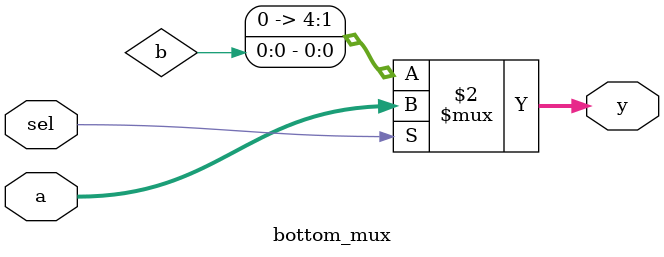
<source format=v>
`timescale 1ns / 1ps
/*
Names: Beverly Abadines (004737953), Kyle Lee (005054981)
Term: Spring 2016
Class: CSE 401
Module: 5bitmux.v
Lab: 3
Date: May 18th, 2016


Implements a multiplexer that selects from two inputs (5 bits), a and b, based 
on the sel input. 

Its inputs are instrout_1511 and instrout_2016 from ID/EX latch, and regdst.
The output is muxout, which is sent to EX/MEM latch. 
*/

module bottom_mux(
	//#(parameter BITS = 32)(
	output	wire	[4:0]	y,			//[BITS-1:0]	y,		 Output of Multiplexer
	input	wire	[4:0]	a,			//[BITS-1:0]	a,		 Input 1 of Multiplexer								b,			// Input 0 of Multiplexer
	input	wire		sel			// Select Input
   );
   
   assign	y = sel ? a : b;
	
endmodule // mux

</source>
